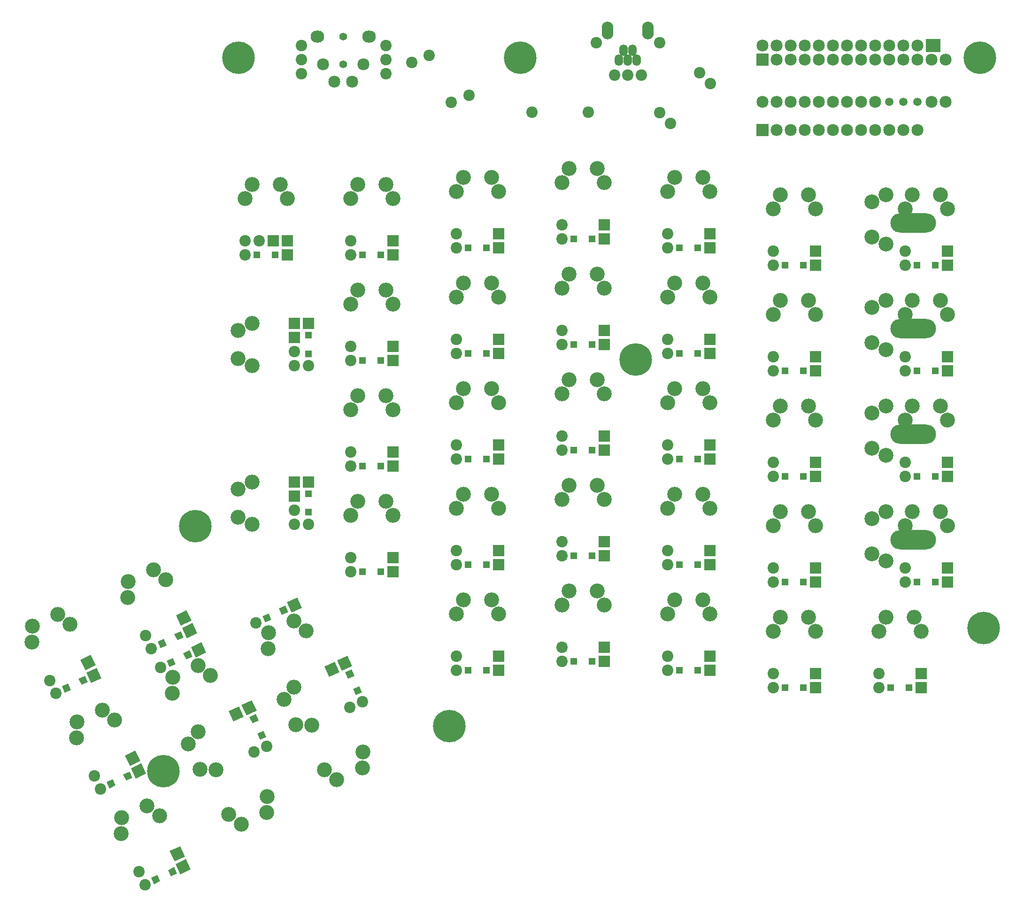
<source format=gbs>
G04 (created by PCBNEW (2013-01-02 BZR 3881)-testing) date Fri 08 Feb 2013 10:16:01 AM CET*
%MOIN*%
G04 Gerber Fmt 3.4, Leading zero omitted, Abs format*
%FSLAX34Y34*%
G01*
G70*
G90*
G04 APERTURE LIST*
%ADD10C,0.006*%
%ADD11C,0.085*%
%ADD12R,0.085X0.085*%
%ADD13C,0.059*%
%ADD14C,0.081*%
%ADD15R,0.081X0.081*%
%ADD16O,0.061X0.081*%
%ADD17O,0.083X0.126*%
%ADD18C,0.106*%
%ADD19R,0.056X0.096*%
%ADD20O,0.097X0.085*%
%ADD21C,0.055*%
%ADD22R,0.049X0.049*%
%ADD23C,0.1059*%
%ADD24C,0.1058*%
%ADD25O,0.3245X0.137*%
%ADD26C,0.231*%
G04 APERTURE END LIST*
G54D10*
G54D11*
X64750Y-14750D03*
X65750Y-14750D03*
X66750Y-14750D03*
X67750Y-14750D03*
X68750Y-14750D03*
X69750Y-14750D03*
X70750Y-14750D03*
X71750Y-14750D03*
X72750Y-14750D03*
X73750Y-14750D03*
X74750Y-14750D03*
X75750Y-14750D03*
X76750Y-14750D03*
G54D12*
X63750Y-14750D03*
G54D11*
X76750Y-17750D03*
X75750Y-17750D03*
G54D13*
X74750Y-17750D03*
X73750Y-17750D03*
X72750Y-17750D03*
G54D11*
X71750Y-17750D03*
X70750Y-17750D03*
X69750Y-17750D03*
X68750Y-17750D03*
X67750Y-17750D03*
X66750Y-17750D03*
X65750Y-17750D03*
X64750Y-17750D03*
X63750Y-17750D03*
G54D14*
X21000Y-57947D03*
G54D10*
G36*
X21647Y-57916D02*
X21440Y-57472D01*
X21884Y-57265D01*
X22091Y-57709D01*
X21647Y-57916D01*
X21647Y-57916D01*
G37*
G36*
X23523Y-57218D02*
X23181Y-56484D01*
X23915Y-56141D01*
X24257Y-56875D01*
X23523Y-57218D01*
X23523Y-57218D01*
G37*
G36*
X22835Y-57362D02*
X22628Y-56918D01*
X23072Y-56711D01*
X23279Y-57155D01*
X22835Y-57362D01*
X22835Y-57362D01*
G37*
G54D14*
X27797Y-54777D03*
G54D10*
G36*
X28444Y-54746D02*
X28237Y-54302D01*
X28681Y-54095D01*
X28888Y-54539D01*
X28444Y-54746D01*
X28444Y-54746D01*
G37*
G36*
X30320Y-54048D02*
X29978Y-53314D01*
X30712Y-52971D01*
X31054Y-53705D01*
X30320Y-54048D01*
X30320Y-54048D01*
G37*
G36*
X29632Y-54192D02*
X29425Y-53748D01*
X29869Y-53541D01*
X30076Y-53985D01*
X29632Y-54192D01*
X29632Y-54192D01*
G37*
G54D14*
X30500Y-46754D03*
G54D15*
X30500Y-45754D03*
G54D14*
X30500Y-35504D03*
G54D15*
X30500Y-34504D03*
G54D14*
X28000Y-27630D03*
G54D15*
X29000Y-27630D03*
G54D16*
X54820Y-14785D03*
X54505Y-14097D03*
X54190Y-14785D03*
X53875Y-14097D03*
X53560Y-14785D03*
G54D17*
X52754Y-12689D03*
X55626Y-12689D03*
G54D14*
X55140Y-15850D03*
X56440Y-13550D03*
X54190Y-15850D03*
X51940Y-13550D03*
X53240Y-15850D03*
G54D18*
X30486Y-54627D03*
X28642Y-56590D03*
X31361Y-55322D03*
X28673Y-55473D03*
X23689Y-57797D03*
X21845Y-59760D03*
X24564Y-58492D03*
X21876Y-58643D03*
X33533Y-65896D03*
X35377Y-63933D03*
X32658Y-65201D03*
X35346Y-65050D03*
X26735Y-69065D03*
X28579Y-67102D03*
X25860Y-68370D03*
X28548Y-68219D03*
G54D14*
X60039Y-16460D03*
X57210Y-19289D03*
X59289Y-15710D03*
X56460Y-18539D03*
X51375Y-18500D03*
X47375Y-18500D03*
X40085Y-14460D03*
X42914Y-17289D03*
X38835Y-14960D03*
X41664Y-17789D03*
X31000Y-15750D03*
X31000Y-14750D03*
X31000Y-13750D03*
X37000Y-15750D03*
X37000Y-14750D03*
X37000Y-13750D03*
G54D12*
X63750Y-19750D03*
G54D11*
X64750Y-19750D03*
X65750Y-19750D03*
X66750Y-19750D03*
X67750Y-19750D03*
X68750Y-19750D03*
X69750Y-19750D03*
X70750Y-19750D03*
X71750Y-19750D03*
X72750Y-19750D03*
X73750Y-19750D03*
X74750Y-19750D03*
X74750Y-13750D03*
X73750Y-13750D03*
X72750Y-13750D03*
X71750Y-13750D03*
X70750Y-13750D03*
X69750Y-13750D03*
X68750Y-13750D03*
X65750Y-13750D03*
X64750Y-13750D03*
X63750Y-13750D03*
X67750Y-13750D03*
X66750Y-13750D03*
G54D19*
X75625Y-13750D03*
X76125Y-13750D03*
G54D20*
X35810Y-13140D03*
G54D11*
X32560Y-15110D03*
X34610Y-16330D03*
G54D20*
X32150Y-13140D03*
G54D11*
X33350Y-16330D03*
X35400Y-15110D03*
G54D21*
X33980Y-13140D03*
X33980Y-15110D03*
G54D18*
X29500Y-23630D03*
X27000Y-24630D03*
X30000Y-24630D03*
X27500Y-23630D03*
G54D14*
X27000Y-27630D03*
G54D15*
X30000Y-27630D03*
G54D14*
X27000Y-28630D03*
G54D15*
X30000Y-28630D03*
G54D22*
X27845Y-28630D03*
X29155Y-28630D03*
G54D18*
X26500Y-34004D03*
X27500Y-36504D03*
X27500Y-33504D03*
X26500Y-36004D03*
G54D14*
X30500Y-36504D03*
G54D15*
X30500Y-33504D03*
G54D14*
X31500Y-36504D03*
G54D15*
X31500Y-33504D03*
G54D22*
X31500Y-35659D03*
X31500Y-34349D03*
G54D18*
X26500Y-45254D03*
X27500Y-47754D03*
X27500Y-44754D03*
X26500Y-47254D03*
G54D14*
X30500Y-47754D03*
G54D15*
X30500Y-44754D03*
G54D14*
X31500Y-47754D03*
G54D15*
X31500Y-44754D03*
G54D22*
X31500Y-46909D03*
X31500Y-45599D03*
G54D18*
X74500Y-54379D03*
X72000Y-55379D03*
X75000Y-55379D03*
X72500Y-54379D03*
G54D14*
X72000Y-58379D03*
G54D15*
X75000Y-58379D03*
G54D14*
X72000Y-59379D03*
G54D15*
X75000Y-59379D03*
G54D22*
X72845Y-59379D03*
X74155Y-59379D03*
G54D18*
X37000Y-31129D03*
X34500Y-32129D03*
X37500Y-32129D03*
X35000Y-31129D03*
G54D14*
X34500Y-35129D03*
G54D15*
X37500Y-35129D03*
G54D14*
X34500Y-36129D03*
G54D15*
X37500Y-36129D03*
G54D22*
X35345Y-36129D03*
X36655Y-36129D03*
G54D18*
X16891Y-60966D03*
X15047Y-62929D03*
X17766Y-61661D03*
X15078Y-61812D03*
G54D14*
X16315Y-65648D03*
G54D10*
G36*
X18838Y-64918D02*
X18496Y-64184D01*
X19230Y-63842D01*
X19572Y-64576D01*
X18838Y-64918D01*
X18838Y-64918D01*
G37*
G54D14*
X16738Y-66554D03*
G54D10*
G36*
X19261Y-65825D02*
X18919Y-65091D01*
X19653Y-64748D01*
X19995Y-65482D01*
X19261Y-65825D01*
X19261Y-65825D01*
G37*
G36*
X17385Y-66523D02*
X17178Y-66079D01*
X17622Y-65872D01*
X17829Y-66316D01*
X17385Y-66523D01*
X17385Y-66523D01*
G37*
G36*
X18572Y-65969D02*
X18365Y-65525D01*
X18809Y-65318D01*
X19017Y-65762D01*
X18572Y-65969D01*
X18572Y-65969D01*
G37*
G54D18*
X20061Y-67764D03*
X18217Y-69727D03*
X20936Y-68459D03*
X18248Y-68610D03*
G54D14*
X19485Y-72446D03*
G54D10*
G36*
X22008Y-71716D02*
X21666Y-70982D01*
X22400Y-70640D01*
X22742Y-71374D01*
X22008Y-71716D01*
X22008Y-71716D01*
G37*
G54D14*
X19908Y-73352D03*
G54D10*
G36*
X22431Y-72623D02*
X22089Y-71889D01*
X22823Y-71546D01*
X23165Y-72280D01*
X22431Y-72623D01*
X22431Y-72623D01*
G37*
G36*
X20555Y-73321D02*
X20348Y-72877D01*
X20792Y-72670D01*
X20999Y-73114D01*
X20555Y-73321D01*
X20555Y-73321D01*
G37*
G36*
X21742Y-72767D02*
X21535Y-72323D01*
X21979Y-72116D01*
X22187Y-72560D01*
X21742Y-72767D01*
X21742Y-72767D01*
G37*
G54D18*
X13722Y-54169D03*
X11878Y-56132D03*
X14597Y-54864D03*
X11909Y-55015D03*
G54D14*
X13146Y-58851D03*
G54D10*
G36*
X15669Y-58121D02*
X15327Y-57387D01*
X16061Y-57045D01*
X16403Y-57779D01*
X15669Y-58121D01*
X15669Y-58121D01*
G37*
G54D14*
X13569Y-59757D03*
G54D10*
G36*
X16092Y-59028D02*
X15750Y-58294D01*
X16484Y-57951D01*
X16826Y-58685D01*
X16092Y-59028D01*
X16092Y-59028D01*
G37*
G36*
X14216Y-59726D02*
X14009Y-59282D01*
X14453Y-59075D01*
X14660Y-59519D01*
X14216Y-59726D01*
X14216Y-59726D01*
G37*
G36*
X15403Y-59172D02*
X15196Y-58728D01*
X15640Y-58521D01*
X15848Y-58965D01*
X15403Y-59172D01*
X15403Y-59172D01*
G37*
G54D18*
X20519Y-51000D03*
X18675Y-52963D03*
X21394Y-51695D03*
X18706Y-51846D03*
G54D14*
X19943Y-55682D03*
G54D10*
G36*
X22466Y-54952D02*
X22124Y-54218D01*
X22858Y-53876D01*
X23200Y-54610D01*
X22466Y-54952D01*
X22466Y-54952D01*
G37*
G54D14*
X20366Y-56588D03*
G54D10*
G36*
X22889Y-55859D02*
X22547Y-55125D01*
X23281Y-54782D01*
X23623Y-55516D01*
X22889Y-55859D01*
X22889Y-55859D01*
G37*
G36*
X21013Y-56557D02*
X20806Y-56113D01*
X21250Y-55906D01*
X21457Y-56350D01*
X21013Y-56557D01*
X21013Y-56557D01*
G37*
G36*
X22200Y-56003D02*
X21993Y-55559D01*
X22437Y-55352D01*
X22645Y-55796D01*
X22200Y-56003D01*
X22200Y-56003D01*
G37*
G54D18*
X67000Y-24380D03*
X64500Y-25380D03*
X67500Y-25380D03*
X65000Y-24380D03*
G54D14*
X64500Y-28380D03*
G54D15*
X67500Y-28380D03*
G54D14*
X64500Y-29380D03*
G54D15*
X67500Y-29380D03*
G54D22*
X65345Y-29380D03*
X66655Y-29380D03*
G54D18*
X59500Y-23129D03*
X57000Y-24129D03*
X60000Y-24129D03*
X57500Y-23129D03*
G54D14*
X57000Y-27129D03*
G54D15*
X60000Y-27129D03*
G54D14*
X57000Y-28129D03*
G54D15*
X60000Y-28129D03*
G54D22*
X57845Y-28129D03*
X59155Y-28129D03*
G54D18*
X52000Y-22500D03*
X49500Y-23500D03*
X52500Y-23500D03*
X50000Y-22500D03*
G54D14*
X49500Y-26500D03*
G54D15*
X52500Y-26500D03*
G54D14*
X49500Y-27500D03*
G54D15*
X52500Y-27500D03*
G54D22*
X50345Y-27500D03*
X51655Y-27500D03*
G54D18*
X44500Y-23129D03*
X42000Y-24129D03*
X45000Y-24129D03*
X42500Y-23129D03*
G54D14*
X42000Y-27129D03*
G54D15*
X45000Y-27129D03*
G54D14*
X42000Y-28129D03*
G54D15*
X45000Y-28129D03*
G54D22*
X42845Y-28129D03*
X44155Y-28129D03*
G54D18*
X59500Y-53129D03*
X57000Y-54129D03*
X60000Y-54129D03*
X57500Y-53129D03*
G54D14*
X57000Y-57129D03*
G54D15*
X60000Y-57129D03*
G54D14*
X57000Y-58129D03*
G54D15*
X60000Y-58129D03*
G54D22*
X57845Y-58129D03*
X59155Y-58129D03*
G54D18*
X67000Y-31879D03*
X64500Y-32879D03*
X67500Y-32879D03*
X65000Y-31879D03*
G54D14*
X64500Y-35879D03*
G54D15*
X67500Y-35879D03*
G54D14*
X64500Y-36879D03*
G54D15*
X67500Y-36879D03*
G54D22*
X65345Y-36879D03*
X66655Y-36879D03*
G54D18*
X52000Y-30000D03*
X49500Y-31000D03*
X52500Y-31000D03*
X50000Y-30000D03*
G54D14*
X49500Y-34000D03*
G54D15*
X52500Y-34000D03*
G54D14*
X49500Y-35000D03*
G54D15*
X52500Y-35000D03*
G54D22*
X50345Y-35000D03*
X51655Y-35000D03*
G54D18*
X44500Y-30629D03*
X42000Y-31629D03*
X45000Y-31629D03*
X42500Y-30629D03*
G54D14*
X42000Y-34629D03*
G54D15*
X45000Y-34629D03*
G54D14*
X42000Y-35629D03*
G54D15*
X45000Y-35629D03*
G54D22*
X42845Y-35629D03*
X44155Y-35629D03*
G54D18*
X67000Y-39379D03*
X64500Y-40379D03*
X67500Y-40379D03*
X65000Y-39379D03*
G54D14*
X64500Y-43379D03*
G54D15*
X67500Y-43379D03*
G54D14*
X64500Y-44379D03*
G54D15*
X67500Y-44379D03*
G54D22*
X65345Y-44379D03*
X66655Y-44379D03*
G54D18*
X59500Y-38129D03*
X57000Y-39129D03*
X60000Y-39129D03*
X57500Y-38129D03*
G54D14*
X57000Y-42129D03*
G54D15*
X60000Y-42129D03*
G54D14*
X57000Y-43129D03*
G54D15*
X60000Y-43129D03*
G54D22*
X57845Y-43129D03*
X59155Y-43129D03*
G54D18*
X52000Y-37500D03*
X49500Y-38500D03*
X52500Y-38500D03*
X50000Y-37500D03*
G54D14*
X49500Y-41500D03*
G54D15*
X52500Y-41500D03*
G54D14*
X49500Y-42500D03*
G54D15*
X52500Y-42500D03*
G54D22*
X50345Y-42500D03*
X51655Y-42500D03*
G54D18*
X44500Y-38129D03*
X42000Y-39129D03*
X45000Y-39129D03*
X42500Y-38129D03*
G54D14*
X42000Y-42129D03*
G54D15*
X45000Y-42129D03*
G54D14*
X42000Y-43129D03*
G54D15*
X45000Y-43129D03*
G54D22*
X42845Y-43129D03*
X44155Y-43129D03*
G54D18*
X37000Y-38629D03*
X34500Y-39629D03*
X37500Y-39629D03*
X35000Y-38629D03*
G54D14*
X34500Y-42629D03*
G54D15*
X37500Y-42629D03*
G54D14*
X34500Y-43629D03*
G54D15*
X37500Y-43629D03*
G54D22*
X35345Y-43629D03*
X36655Y-43629D03*
G54D18*
X67000Y-46879D03*
X64500Y-47879D03*
X67500Y-47879D03*
X65000Y-46879D03*
G54D14*
X64500Y-50879D03*
G54D15*
X67500Y-50879D03*
G54D14*
X64500Y-51879D03*
G54D15*
X67500Y-51879D03*
G54D22*
X65345Y-51879D03*
X66655Y-51879D03*
G54D18*
X59500Y-45629D03*
X57000Y-46629D03*
X60000Y-46629D03*
X57500Y-45629D03*
G54D14*
X57000Y-49629D03*
G54D15*
X60000Y-49629D03*
G54D14*
X57000Y-50629D03*
G54D15*
X60000Y-50629D03*
G54D22*
X57845Y-50629D03*
X59155Y-50629D03*
G54D18*
X52000Y-45000D03*
X49500Y-46000D03*
X52500Y-46000D03*
X50000Y-45000D03*
G54D14*
X49500Y-49000D03*
G54D15*
X52500Y-49000D03*
G54D14*
X49500Y-50000D03*
G54D15*
X52500Y-50000D03*
G54D22*
X50345Y-50000D03*
X51655Y-50000D03*
G54D18*
X44500Y-45629D03*
X42000Y-46629D03*
X45000Y-46629D03*
X42500Y-45629D03*
G54D14*
X42000Y-49629D03*
G54D15*
X45000Y-49629D03*
G54D14*
X42000Y-50629D03*
G54D15*
X45000Y-50629D03*
G54D22*
X42845Y-50629D03*
X44155Y-50629D03*
G54D18*
X37000Y-46129D03*
X34500Y-47129D03*
X37500Y-47129D03*
X35000Y-46129D03*
G54D14*
X34500Y-50129D03*
G54D15*
X37500Y-50129D03*
G54D14*
X34500Y-51129D03*
G54D15*
X37500Y-51129D03*
G54D22*
X35345Y-51129D03*
X36655Y-51129D03*
G54D18*
X67000Y-54379D03*
X64500Y-55379D03*
X67500Y-55379D03*
X65000Y-54379D03*
G54D14*
X64500Y-58379D03*
G54D15*
X67500Y-58379D03*
G54D14*
X64500Y-59379D03*
G54D15*
X67500Y-59379D03*
G54D22*
X65345Y-59379D03*
X66655Y-59379D03*
G54D18*
X52000Y-52500D03*
X49500Y-53500D03*
X52500Y-53500D03*
X50000Y-52500D03*
G54D14*
X49500Y-56500D03*
G54D15*
X52500Y-56500D03*
G54D14*
X49500Y-57500D03*
G54D15*
X52500Y-57500D03*
G54D22*
X50345Y-57500D03*
X51655Y-57500D03*
G54D18*
X44500Y-53129D03*
X42000Y-54129D03*
X45000Y-54129D03*
X42500Y-53129D03*
G54D14*
X42000Y-57129D03*
G54D15*
X45000Y-57129D03*
G54D14*
X42000Y-58129D03*
G54D15*
X45000Y-58129D03*
G54D22*
X42845Y-58129D03*
X44155Y-58129D03*
G54D18*
X29773Y-60200D03*
X31736Y-62044D03*
X30468Y-59325D03*
X30619Y-62013D03*
G54D14*
X34455Y-60776D03*
G54D10*
G36*
X33725Y-58253D02*
X32991Y-58595D01*
X32649Y-57861D01*
X33383Y-57519D01*
X33725Y-58253D01*
X33725Y-58253D01*
G37*
G54D14*
X35361Y-60353D03*
G54D10*
G36*
X34632Y-57830D02*
X33898Y-58172D01*
X33555Y-57438D01*
X34289Y-57096D01*
X34632Y-57830D01*
X34632Y-57830D01*
G37*
G36*
X35330Y-59706D02*
X34886Y-59913D01*
X34679Y-59469D01*
X35123Y-59262D01*
X35330Y-59706D01*
X35330Y-59706D01*
G37*
G36*
X34776Y-58519D02*
X34332Y-58726D01*
X34125Y-58282D01*
X34569Y-58074D01*
X34776Y-58519D01*
X34776Y-58519D01*
G37*
G54D18*
X22976Y-63370D03*
X24939Y-65214D03*
X23671Y-62495D03*
X23822Y-65183D03*
G54D14*
X27658Y-63946D03*
G54D10*
G36*
X26928Y-61423D02*
X26194Y-61765D01*
X25852Y-61031D01*
X26586Y-60689D01*
X26928Y-61423D01*
X26928Y-61423D01*
G37*
G54D14*
X28564Y-63523D03*
G54D10*
G36*
X27835Y-61000D02*
X27101Y-61342D01*
X26758Y-60608D01*
X27492Y-60266D01*
X27835Y-61000D01*
X27835Y-61000D01*
G37*
G36*
X28533Y-62876D02*
X28089Y-63083D01*
X27882Y-62639D01*
X28326Y-62432D01*
X28533Y-62876D01*
X28533Y-62876D01*
G37*
G36*
X27979Y-61689D02*
X27535Y-61896D01*
X27328Y-61452D01*
X27772Y-61244D01*
X27979Y-61689D01*
X27979Y-61689D01*
G37*
G54D18*
X59500Y-30629D03*
X57000Y-31629D03*
X60000Y-31629D03*
X57500Y-30629D03*
G54D14*
X57000Y-34629D03*
G54D15*
X60000Y-34629D03*
G54D14*
X57000Y-35629D03*
G54D15*
X60000Y-35629D03*
G54D22*
X57845Y-35629D03*
X59155Y-35629D03*
G54D18*
X37000Y-23630D03*
X34500Y-24630D03*
X37500Y-24630D03*
X35000Y-23630D03*
G54D14*
X34500Y-27630D03*
G54D15*
X37500Y-27630D03*
G54D14*
X34500Y-28630D03*
G54D15*
X37500Y-28630D03*
G54D22*
X35345Y-28630D03*
X36655Y-28630D03*
G54D18*
X76375Y-24380D03*
X73875Y-25380D03*
G54D23*
X76875Y-25380D03*
G54D18*
X74375Y-24380D03*
G54D14*
X73875Y-28380D03*
G54D15*
X76875Y-28380D03*
G54D14*
X73875Y-29380D03*
G54D15*
X76875Y-29380D03*
G54D22*
X74720Y-29380D03*
X76030Y-29380D03*
G54D24*
X71500Y-24880D03*
X72500Y-24380D03*
X72500Y-27880D03*
X71500Y-27380D03*
G54D25*
X74437Y-26380D03*
G54D18*
X76375Y-31879D03*
X73875Y-32879D03*
G54D23*
X76875Y-32879D03*
G54D18*
X74375Y-31879D03*
G54D14*
X73875Y-35879D03*
G54D15*
X76875Y-35879D03*
G54D14*
X73875Y-36879D03*
G54D15*
X76875Y-36879D03*
G54D22*
X74720Y-36879D03*
X76030Y-36879D03*
G54D24*
X71500Y-32379D03*
X72500Y-31879D03*
X72500Y-35379D03*
X71500Y-34879D03*
G54D25*
X74437Y-33879D03*
G54D18*
X76375Y-39379D03*
X73875Y-40379D03*
G54D23*
X76875Y-40379D03*
G54D18*
X74375Y-39379D03*
G54D14*
X73875Y-43379D03*
G54D15*
X76875Y-43379D03*
G54D14*
X73875Y-44379D03*
G54D15*
X76875Y-44379D03*
G54D22*
X74720Y-44379D03*
X76030Y-44379D03*
G54D24*
X71500Y-39879D03*
X72500Y-39379D03*
X72500Y-42879D03*
X71500Y-42379D03*
G54D25*
X74437Y-41379D03*
G54D18*
X76375Y-46879D03*
X73875Y-47879D03*
G54D23*
X76875Y-47879D03*
G54D18*
X74375Y-46879D03*
G54D14*
X73875Y-50879D03*
G54D15*
X76875Y-50879D03*
G54D14*
X73875Y-51879D03*
G54D15*
X76875Y-51879D03*
G54D22*
X74720Y-51879D03*
X76030Y-51879D03*
G54D24*
X71500Y-47379D03*
X72500Y-46879D03*
X72500Y-50379D03*
X71500Y-49879D03*
G54D25*
X74437Y-48879D03*
G54D26*
X21220Y-65290D03*
X23490Y-47900D03*
X41510Y-62110D03*
X79440Y-55140D03*
X54740Y-36060D03*
X79190Y-14620D03*
X46540Y-14620D03*
X26540Y-14620D03*
M02*

</source>
